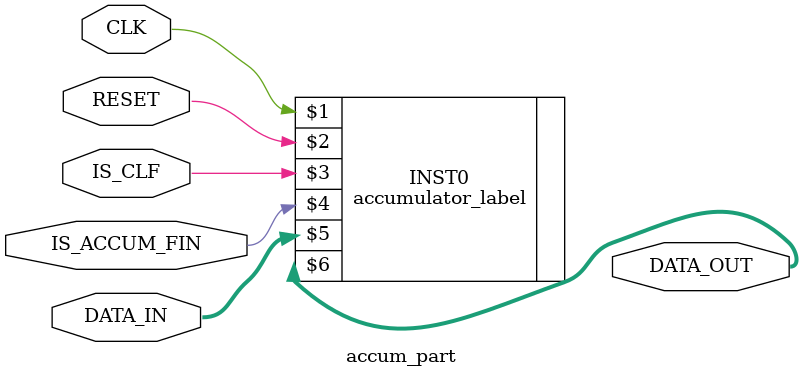
<source format=v>
`timescale 1ns / 1ps


module accum_part(CLK, RESET, IS_CLF, IS_ACCUM_FIN, DATA_IN, DATA_OUT);
    parameter   NO_LABEL = 4;
    parameter   WIDTH    = 16;
    parameter   BITS     = 2;
    
    input                               CLK, RESET, IS_CLF, IS_ACCUM_FIN;
    input       [NO_LABEL-1:0]          DATA_IN;
    output      [NO_LABEL*WIDTH-1:0]    DATA_OUT;
    
    accumulator_label INST0 (CLK, RESET, IS_CLF, IS_ACCUM_FIN, DATA_IN, DATA_OUT);
endmodule

</source>
